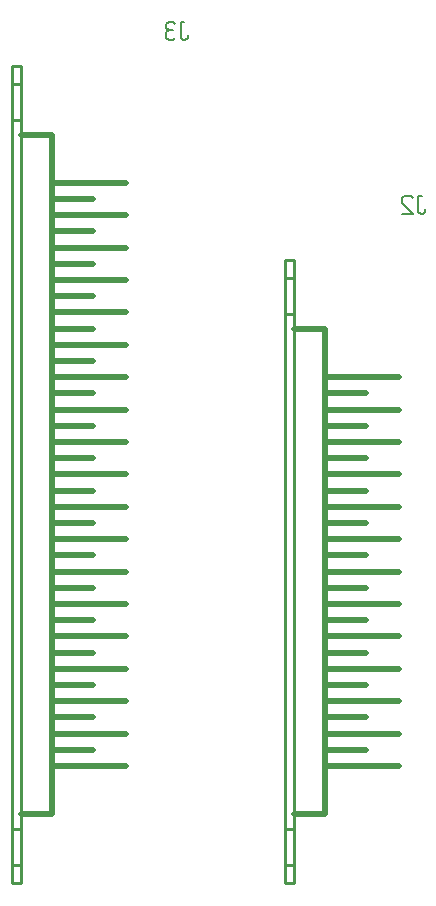
<source format=gbr>
G04 start of page 9 for group -4078 idx -4078 *
G04 Title: (unknown), bottomsilk *
G04 Creator: pcb 20110918 *
G04 CreationDate: Fri 08 Jun 2012 06:47:20 PM GMT UTC *
G04 For: ed *
G04 Format: Gerber/RS-274X *
G04 PCB-Dimensions: 450000 325000 *
G04 PCB-Coordinate-Origin: lower left *
%MOIN*%
%FSLAX25Y25*%
%LNBOTTOMSILK*%
%ADD77C,0.0060*%
%ADD76C,0.0200*%
%ADD75C,0.0100*%
G54D75*X336400Y1570D02*X339400D01*
Y209170D01*
X336400D01*
Y1570D01*
Y7570D02*X339400D01*
X336400Y19570D02*X339400D01*
X336400Y203170D02*X339400D01*
X336400Y191170D02*X339400D01*
G54D76*Y24570D02*X349900D01*
Y186170D01*
X339400D01*
G54D75*Y24570D01*
G54D76*X374500Y170170D02*X349900D01*
X374500Y159370D02*X349900D01*
X374500Y148570D02*X349900D01*
X374500Y137770D02*X349900D01*
X374500Y126970D02*X349900D01*
X374500Y116170D02*X349900D01*
X374500Y105370D02*X349900D01*
X374500Y94570D02*X349900D01*
X374500Y83770D02*X349900D01*
X374500Y72970D02*X349900D01*
X374500Y62170D02*X349900D01*
X374500Y51370D02*X349900D01*
X374500Y40570D02*X349900D01*
X363300Y164770D02*X349900D01*
X363300Y153970D02*X349900D01*
X363300Y143170D02*X349900D01*
X363300Y132370D02*X349900D01*
X363300Y121570D02*X349900D01*
X363300Y110770D02*X349900D01*
X363300Y99970D02*X349900D01*
X363300Y89170D02*X349900D01*
X363300Y78370D02*X349900D01*
X363300Y67570D02*X349900D01*
X363300Y56770D02*X349900D01*
X363300Y45970D02*X349900D01*
G54D75*X245400Y1570D02*X248400D01*
Y273970D01*
X245400D01*
Y1570D01*
Y7570D02*X248400D01*
X245400Y19570D02*X248400D01*
X245400Y267970D02*X248400D01*
X245400Y255970D02*X248400D01*
G54D76*Y24570D02*X258900D01*
Y250970D01*
X248400D01*
G54D75*Y24570D01*
G54D76*X283500Y234970D02*X258900D01*
X283500Y224170D02*X258900D01*
X283500Y213370D02*X258900D01*
X283500Y202570D02*X258900D01*
X283500Y191770D02*X258900D01*
X283500Y180970D02*X258900D01*
X283500Y170170D02*X258900D01*
X283500Y159370D02*X258900D01*
X283500Y148570D02*X258900D01*
X283500Y137770D02*X258900D01*
X283500Y126970D02*X258900D01*
X283500Y116170D02*X258900D01*
X283500Y105370D02*X258900D01*
X283500Y94570D02*X258900D01*
X283500Y83770D02*X258900D01*
X283500Y72970D02*X258900D01*
X283500Y62170D02*X258900D01*
X283500Y51370D02*X258900D01*
X283500Y40570D02*X258900D01*
X272300Y229570D02*X258900D01*
X272300Y218770D02*X258900D01*
X272300Y207970D02*X258900D01*
X272300Y197170D02*X258900D01*
X272300Y186370D02*X258900D01*
X272300Y175570D02*X258900D01*
X272300Y164770D02*X258900D01*
X272300Y153970D02*X258900D01*
X272300Y143170D02*X258900D01*
X272300Y132370D02*X258900D01*
X272300Y121570D02*X258900D01*
X272300Y110770D02*X258900D01*
X272300Y99970D02*X258900D01*
X272300Y89170D02*X258900D01*
X272300Y78370D02*X258900D01*
X272300Y67570D02*X258900D01*
X272300Y56770D02*X258900D01*
X272300Y45970D02*X258900D01*
G54D77*X380920Y230600D02*X382120D01*
X380920Y225350D02*Y230600D01*
X381670Y224600D02*X380920Y225350D01*
X381670Y224600D02*X382420D01*
X383170Y225350D02*X382420Y224600D01*
X383170Y225350D02*Y226100D01*
X379120Y229850D02*X378370Y230600D01*
X376120D02*X378370D01*
X376120D02*X375370Y229850D01*
Y228350D02*Y229850D01*
X379120Y224600D02*X375370Y228350D01*
Y224600D02*X379120D01*
X301720Y288600D02*X302920D01*
X301720Y283350D02*Y288600D01*
X302470Y282600D02*X301720Y283350D01*
X302470Y282600D02*X303220D01*
X303970Y283350D02*X303220Y282600D01*
X303970Y283350D02*Y284100D01*
X299920Y287850D02*X299170Y288600D01*
X297670D02*X299170D01*
X297670D02*X296920Y287850D01*
X297670Y282600D02*X296920Y283350D01*
X297670Y282600D02*X299170D01*
X299920Y283350D02*X299170Y282600D01*
X297670Y285900D02*X299170D01*
X296920Y286650D02*Y287850D01*
Y283350D02*Y285150D01*
X297670Y285900D01*
X296920Y286650D02*X297670Y285900D01*
M02*

</source>
